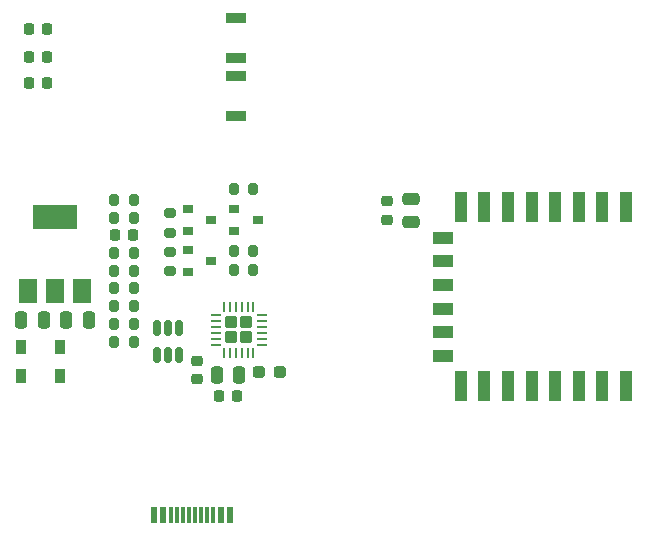
<source format=gbr>
%TF.GenerationSoftware,KiCad,Pcbnew,(5.99.0-7626-g1ca75c8fda)*%
%TF.CreationDate,2021-03-16T15:24:00+01:00*%
%TF.ProjectId,CDEM,4344454d-2e6b-4696-9361-645f70636258,rev?*%
%TF.SameCoordinates,Original*%
%TF.FileFunction,Paste,Top*%
%TF.FilePolarity,Positive*%
%FSLAX46Y46*%
G04 Gerber Fmt 4.6, Leading zero omitted, Abs format (unit mm)*
G04 Created by KiCad (PCBNEW (5.99.0-7626-g1ca75c8fda)) date 2021-03-16 15:24:00*
%MOMM*%
%LPD*%
G01*
G04 APERTURE LIST*
G04 Aperture macros list*
%AMRoundRect*
0 Rectangle with rounded corners*
0 $1 Rounding radius*
0 $2 $3 $4 $5 $6 $7 $8 $9 X,Y pos of 4 corners*
0 Add a 4 corners polygon primitive as box body*
4,1,4,$2,$3,$4,$5,$6,$7,$8,$9,$2,$3,0*
0 Add four circle primitives for the rounded corners*
1,1,$1+$1,$2,$3,0*
1,1,$1+$1,$4,$5,0*
1,1,$1+$1,$6,$7,0*
1,1,$1+$1,$8,$9,0*
0 Add four rect primitives between the rounded corners*
20,1,$1+$1,$2,$3,$4,$5,0*
20,1,$1+$1,$4,$5,$6,$7,0*
20,1,$1+$1,$6,$7,$8,$9,0*
20,1,$1+$1,$8,$9,$2,$3,0*%
G04 Aperture macros list end*
%ADD10RoundRect,0.200000X0.200000X0.275000X-0.200000X0.275000X-0.200000X-0.275000X0.200000X-0.275000X0*%
%ADD11RoundRect,0.150000X0.150000X-0.512500X0.150000X0.512500X-0.150000X0.512500X-0.150000X-0.512500X0*%
%ADD12RoundRect,0.200000X-0.200000X-0.275000X0.200000X-0.275000X0.200000X0.275000X-0.200000X0.275000X0*%
%ADD13RoundRect,0.250000X-0.275000X-0.275000X0.275000X-0.275000X0.275000X0.275000X-0.275000X0.275000X0*%
%ADD14RoundRect,0.062500X-0.350000X-0.062500X0.350000X-0.062500X0.350000X0.062500X-0.350000X0.062500X0*%
%ADD15RoundRect,0.062500X-0.062500X-0.350000X0.062500X-0.350000X0.062500X0.350000X-0.062500X0.350000X0*%
%ADD16RoundRect,0.225000X-0.250000X0.225000X-0.250000X-0.225000X0.250000X-0.225000X0.250000X0.225000X0*%
%ADD17RoundRect,0.250000X-0.250000X-0.475000X0.250000X-0.475000X0.250000X0.475000X-0.250000X0.475000X0*%
%ADD18R,0.600000X1.450000*%
%ADD19R,0.300000X1.450000*%
%ADD20RoundRect,0.250000X0.250000X0.475000X-0.250000X0.475000X-0.250000X-0.475000X0.250000X-0.475000X0*%
%ADD21RoundRect,0.218750X-0.218750X-0.256250X0.218750X-0.256250X0.218750X0.256250X-0.218750X0.256250X0*%
%ADD22R,0.900000X1.200000*%
%ADD23RoundRect,0.225000X-0.225000X-0.250000X0.225000X-0.250000X0.225000X0.250000X-0.225000X0.250000X0*%
%ADD24R,1.500000X2.000000*%
%ADD25R,3.800000X2.000000*%
%ADD26RoundRect,0.225000X0.225000X0.250000X-0.225000X0.250000X-0.225000X-0.250000X0.225000X-0.250000X0*%
%ADD27RoundRect,0.200000X-0.275000X0.200000X-0.275000X-0.200000X0.275000X-0.200000X0.275000X0.200000X0*%
%ADD28RoundRect,0.237500X0.287500X0.237500X-0.287500X0.237500X-0.287500X-0.237500X0.287500X-0.237500X0*%
%ADD29RoundRect,0.250000X-0.475000X0.250000X-0.475000X-0.250000X0.475000X-0.250000X0.475000X0.250000X0*%
%ADD30R,0.900000X0.800000*%
%ADD31R,1.000000X2.500000*%
%ADD32R,1.800000X1.000000*%
%ADD33R,1.700000X0.900000*%
%ADD34RoundRect,0.200000X0.275000X-0.200000X0.275000X0.200000X-0.275000X0.200000X-0.275000X-0.200000X0*%
G04 APERTURE END LIST*
D10*
%TO.C,R13*%
X54775000Y-97600000D03*
X56425000Y-97600000D03*
%TD*%
%TO.C,R1*%
X56425000Y-99100000D03*
X54775000Y-99100000D03*
%TD*%
D11*
%TO.C,U2*%
X58350000Y-110737500D03*
X59300000Y-110737500D03*
X60250000Y-110737500D03*
X60250000Y-108462500D03*
X59300000Y-108462500D03*
X58350000Y-108462500D03*
%TD*%
D12*
%TO.C,R4*%
X54775000Y-106600000D03*
X56425000Y-106600000D03*
%TD*%
D13*
%TO.C,U3*%
X64650000Y-107950000D03*
X65950000Y-109250000D03*
X65950000Y-107950000D03*
X64650000Y-109250000D03*
D14*
X63362500Y-107350000D03*
X63362500Y-107850000D03*
X63362500Y-108350000D03*
X63362500Y-108850000D03*
X63362500Y-109350000D03*
X63362500Y-109850000D03*
D15*
X64050000Y-110537500D03*
X64550000Y-110537500D03*
X65050000Y-110537500D03*
X65550000Y-110537500D03*
X66050000Y-110537500D03*
X66550000Y-110537500D03*
D14*
X67237500Y-109850000D03*
X67237500Y-109350000D03*
X67237500Y-108850000D03*
X67237500Y-108350000D03*
X67237500Y-107850000D03*
X67237500Y-107350000D03*
D15*
X66550000Y-106662500D03*
X66050000Y-106662500D03*
X65550000Y-106662500D03*
X65050000Y-106662500D03*
X64550000Y-106662500D03*
X64050000Y-106662500D03*
%TD*%
D16*
%TO.C,C7*%
X77900000Y-97725000D03*
X77900000Y-99275000D03*
%TD*%
D12*
%TO.C,R3*%
X54775000Y-109600000D03*
X56425000Y-109600000D03*
%TD*%
D17*
%TO.C,C1*%
X50700000Y-107800000D03*
X52600000Y-107800000D03*
%TD*%
D18*
%TO.C,J1*%
X58100000Y-124255000D03*
X58900000Y-124255000D03*
D19*
X60100000Y-124255000D03*
X61100000Y-124255000D03*
X61600000Y-124255000D03*
X62600000Y-124255000D03*
D18*
X63800000Y-124255000D03*
X64600000Y-124255000D03*
X64600000Y-124255000D03*
X63800000Y-124255000D03*
D19*
X63100000Y-124255000D03*
X62100000Y-124255000D03*
X60600000Y-124255000D03*
X59600000Y-124255000D03*
D18*
X58900000Y-124255000D03*
X58100000Y-124255000D03*
%TD*%
D20*
%TO.C,C3*%
X48800000Y-107800000D03*
X46900000Y-107800000D03*
%TD*%
D21*
%TO.C,D4*%
X47512500Y-85500000D03*
X49087500Y-85500000D03*
%TD*%
D22*
%TO.C,D1*%
X50150000Y-112500000D03*
X46850000Y-112500000D03*
%TD*%
D21*
%TO.C,D3*%
X47512500Y-83100000D03*
X49087500Y-83100000D03*
%TD*%
D23*
%TO.C,C4*%
X63625000Y-114200000D03*
X65175000Y-114200000D03*
%TD*%
D12*
%TO.C,R9*%
X54775000Y-103600000D03*
X56425000Y-103600000D03*
%TD*%
D24*
%TO.C,U1*%
X47450000Y-105350000D03*
X49750000Y-105350000D03*
D25*
X49750000Y-99050000D03*
D24*
X52050000Y-105350000D03*
%TD*%
D26*
%TO.C,C8*%
X56375000Y-100600000D03*
X54825000Y-100600000D03*
%TD*%
D27*
%TO.C,R10*%
X59500000Y-98725000D03*
X59500000Y-100375000D03*
%TD*%
D12*
%TO.C,R7*%
X54775000Y-108100000D03*
X56425000Y-108100000D03*
%TD*%
%TO.C,R12*%
X64875000Y-96700000D03*
X66525000Y-96700000D03*
%TD*%
D28*
%TO.C,C9*%
X68775000Y-112200000D03*
X67025000Y-112200000D03*
%TD*%
D16*
%TO.C,C5*%
X61800000Y-111225000D03*
X61800000Y-112775000D03*
%TD*%
D10*
%TO.C,R2*%
X66525000Y-101900000D03*
X64875000Y-101900000D03*
%TD*%
D29*
%TO.C,C6*%
X79900000Y-97550000D03*
X79900000Y-99450000D03*
%TD*%
D21*
%TO.C,D5*%
X47512500Y-87700000D03*
X49087500Y-87700000D03*
%TD*%
D12*
%TO.C,R5*%
X54775000Y-105100000D03*
X56425000Y-105100000D03*
%TD*%
D30*
%TO.C,Q1*%
X64900000Y-98350000D03*
X64900000Y-100250000D03*
X66900000Y-99300000D03*
%TD*%
%TO.C,Q2*%
X61000000Y-101850000D03*
X61000000Y-103750000D03*
X63000000Y-102800000D03*
%TD*%
D31*
%TO.C,U4*%
X98100000Y-98200000D03*
X96100000Y-98200000D03*
X94100000Y-98200000D03*
X92100000Y-98200000D03*
X90100000Y-98200000D03*
X88100000Y-98200000D03*
X86100000Y-98200000D03*
X84100000Y-98200000D03*
D32*
X82600000Y-100800000D03*
X82600000Y-102800000D03*
X82600000Y-104800000D03*
X82600000Y-106800000D03*
X82600000Y-108800000D03*
X82600000Y-110800000D03*
D31*
X84100000Y-113400000D03*
X86100000Y-113400000D03*
X88100000Y-113400000D03*
X90100000Y-113400000D03*
X92100000Y-113400000D03*
X94100000Y-113400000D03*
X96100000Y-113400000D03*
X98100000Y-113400000D03*
%TD*%
D22*
%TO.C,D2*%
X50150000Y-110100000D03*
X46850000Y-110100000D03*
%TD*%
D30*
%TO.C,Q3*%
X61000000Y-98350000D03*
X61000000Y-100250000D03*
X63000000Y-99300000D03*
%TD*%
D17*
%TO.C,C2*%
X63450000Y-112400000D03*
X65350000Y-112400000D03*
%TD*%
D33*
%TO.C,SW2*%
X65100000Y-82200000D03*
X65100000Y-85600000D03*
%TD*%
D10*
%TO.C,R6*%
X66525000Y-103500000D03*
X64875000Y-103500000D03*
%TD*%
D33*
%TO.C,SW1*%
X65100000Y-87100000D03*
X65100000Y-90500000D03*
%TD*%
D10*
%TO.C,R8*%
X56425000Y-102100000D03*
X54775000Y-102100000D03*
%TD*%
D34*
%TO.C,R11*%
X59500000Y-103625000D03*
X59500000Y-101975000D03*
%TD*%
M02*

</source>
